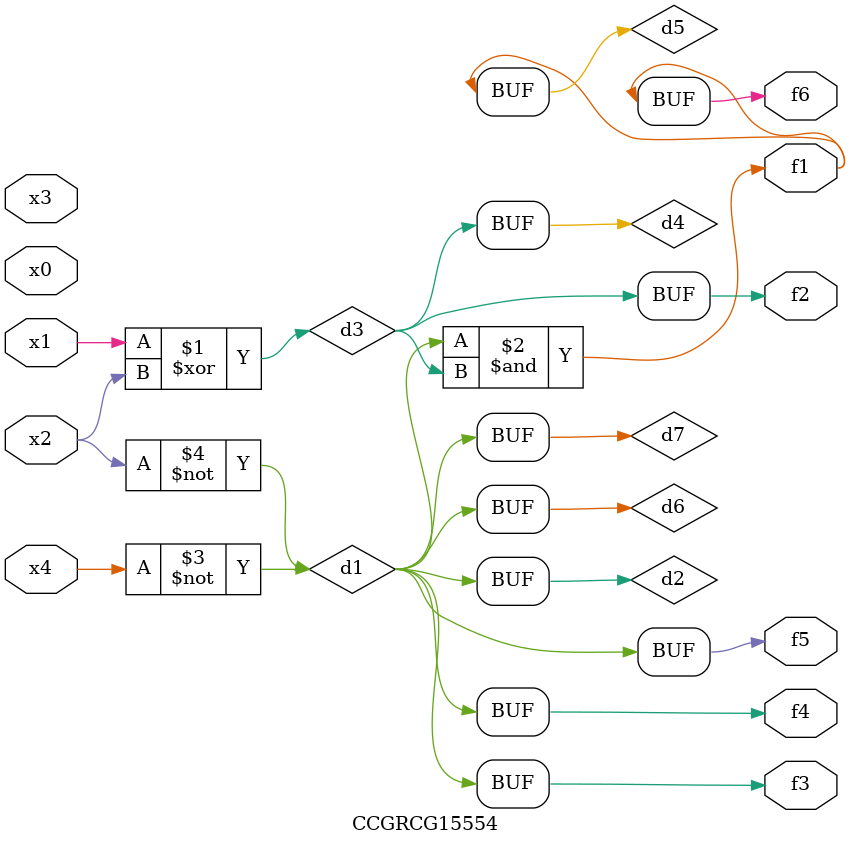
<source format=v>
module CCGRCG15554(
	input x0, x1, x2, x3, x4,
	output f1, f2, f3, f4, f5, f6
);

	wire d1, d2, d3, d4, d5, d6, d7;

	not (d1, x4);
	not (d2, x2);
	xor (d3, x1, x2);
	buf (d4, d3);
	and (d5, d1, d3);
	buf (d6, d1, d2);
	buf (d7, d2);
	assign f1 = d5;
	assign f2 = d4;
	assign f3 = d7;
	assign f4 = d7;
	assign f5 = d7;
	assign f6 = d5;
endmodule

</source>
